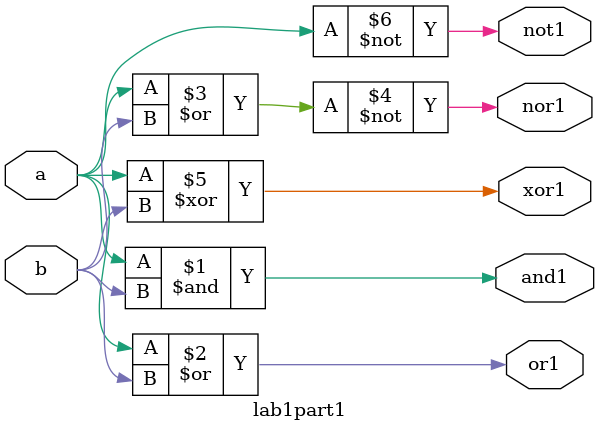
<source format=v>
module lab1part1(a, b, not1, and1, or1, nor1, xor1);
input a, b;  
output not1, and1, or1, nor1, xor1;

//structural design
not (not1, a);
and (and1, a, b);
or (or1, a, b);
nor (nor1, a, b);
xor (xor1, a, b);

endmodule
</source>
